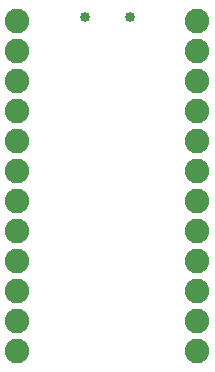
<source format=gbr>
%TF.GenerationSoftware,KiCad,Pcbnew,8.0.4*%
%TF.CreationDate,2024-10-20T10:17:19-04:00*%
%TF.ProjectId,ABSIS_Pro_Micro,41425349-535f-4507-926f-5f4d6963726f,rev?*%
%TF.SameCoordinates,Original*%
%TF.FileFunction,Soldermask,Bot*%
%TF.FilePolarity,Negative*%
%FSLAX46Y46*%
G04 Gerber Fmt 4.6, Leading zero omitted, Abs format (unit mm)*
G04 Created by KiCad (PCBNEW 8.0.4) date 2024-10-20 10:17:19*
%MOMM*%
%LPD*%
G01*
G04 APERTURE LIST*
%ADD10C,0.850000*%
%ADD11C,2.082800*%
G04 APERTURE END LIST*
D10*
%TO.C,USB1*%
X150401100Y-91963600D03*
X146601100Y-91963600D03*
%TD*%
D11*
%TO.C,JP2*%
X156121100Y-92303600D03*
X156121100Y-94843600D03*
X156121100Y-97383600D03*
X156121100Y-99923600D03*
X156121100Y-102463600D03*
X156121100Y-105003600D03*
X156121100Y-107543600D03*
X156121100Y-110083600D03*
X156121100Y-112623600D03*
X156121100Y-115163600D03*
X156121100Y-117703600D03*
X156121100Y-120243600D03*
%TD*%
%TO.C,JP1*%
X140881100Y-120243600D03*
X140881100Y-117703600D03*
X140881100Y-115163600D03*
X140881100Y-112623600D03*
X140881100Y-110083600D03*
X140881100Y-107543600D03*
X140881100Y-105003600D03*
X140881100Y-102463600D03*
X140881100Y-99923600D03*
X140881100Y-97383600D03*
X140881100Y-94843600D03*
X140881100Y-92303600D03*
%TD*%
M02*

</source>
